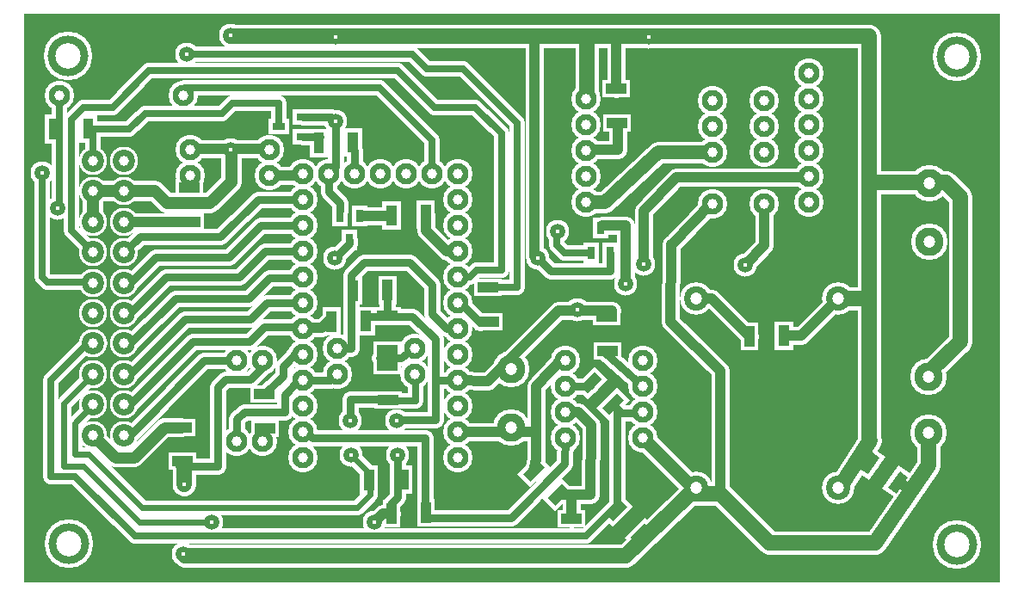
<source format=gbr>
%FSLAX34Y34*%
%MOMM*%
%LNCOPPER_TOP*%
G71*
G01*
%ADD10C, 2.90*%
%ADD11C, 1.80*%
%ADD12C, 2.30*%
%ADD13C, 1.60*%
%ADD14C, 2.10*%
%ADD15C, 1.40*%
%ADD16R, 2.80X1.80*%
%ADD17C, 1.50*%
%ADD18C, 2.15*%
%ADD19R, 1.80X2.80*%
%ADD20C, 3.60*%
%ADD21R, 1.60X2.10*%
%ADD22R, 2.10X1.60*%
%ADD23C, 4.80*%
%ADD24C, 2.80*%
%ADD25C, 1.90*%
%ADD26C, 2.00*%
%ADD27C, 3.20*%
%ADD28C, 2.30*%
%ADD29C, 2.10*%
%ADD30C, 1.00*%
%ADD31C, 0.80*%
%ADD32C, 1.30*%
%ADD33C, 0.60*%
%ADD34R, 2.00X1.00*%
%ADD35C, 0.70*%
%ADD36C, 1.35*%
%ADD37R, 1.00X2.00*%
%ADD38C, 2.80*%
%ADD39R, 0.80X1.30*%
%ADD40R, 1.30X0.80*%
%ADD41C, 4.00*%
%ADD42C, 2.20*%
%ADD43C, 1.10*%
%ADD44C, 1.20*%
%ADD45C, 2.40*%
%ADD46C, 1.50*%
%ADD47C, 2.50*%
%ADD48C, 0.40*%
%LPD*%
G36*
X-128Y-958D02*
X959872Y-958D01*
X959872Y-560958D01*
X-128Y-560958D01*
X-128Y-958D01*
G37*
%LPC*%
X163384Y-134524D02*
G54D10*
D03*
X163384Y-159924D02*
G54D10*
D03*
X241171Y-134524D02*
G54D10*
D03*
X241171Y-159924D02*
G54D10*
D03*
G54D11*
X241171Y-159924D02*
X272921Y-159924D01*
G54D11*
X242071Y-133524D02*
X164184Y-133524D01*
X163584Y-132924D01*
G54D12*
X157731Y-534601D02*
X591421Y-534524D01*
X660821Y-467224D01*
X426292Y-437813D02*
G54D10*
D03*
X426292Y-412413D02*
G54D10*
D03*
X426292Y-387013D02*
G54D10*
D03*
X426292Y-361613D02*
G54D10*
D03*
X426292Y-234613D02*
G54D10*
D03*
X426292Y-209213D02*
G54D10*
D03*
X426292Y-183813D02*
G54D10*
D03*
X426292Y-158413D02*
G54D10*
D03*
X273892Y-437813D02*
G54D10*
D03*
X273892Y-412413D02*
G54D10*
D03*
X273892Y-387013D02*
G54D10*
D03*
X273892Y-361613D02*
G54D10*
D03*
X273892Y-234613D02*
G54D10*
D03*
X273892Y-209213D02*
G54D10*
D03*
X273892Y-183813D02*
G54D10*
D03*
X273892Y-158413D02*
G54D10*
D03*
X426292Y-336213D02*
G54D10*
D03*
X273892Y-336213D02*
G54D10*
D03*
X426292Y-310813D02*
G54D10*
D03*
X273892Y-310813D02*
G54D10*
D03*
X426292Y-285413D02*
G54D10*
D03*
X273892Y-285413D02*
G54D10*
D03*
X426292Y-260013D02*
G54D10*
D03*
X273892Y-260013D02*
G54D10*
D03*
X531721Y-342424D02*
G54D10*
D03*
X607921Y-342424D02*
G54D10*
D03*
X531721Y-367824D02*
G54D10*
D03*
X531721Y-393224D02*
G54D10*
D03*
X531721Y-418624D02*
G54D10*
D03*
X607921Y-367824D02*
G54D10*
D03*
X607921Y-393224D02*
G54D10*
D03*
X607921Y-418624D02*
G54D10*
D03*
G54D13*
X277377Y-412174D02*
X283281Y-418078D01*
X394421Y-418078D01*
X394421Y-496924D01*
X478521Y-496924D01*
X531621Y-443824D01*
X531721Y-418624D01*
G54D11*
X428521Y-412224D02*
X503021Y-412224D01*
X503021Y-367924D01*
X530121Y-338924D01*
G54D11*
X531721Y-393224D02*
X544421Y-393224D01*
X557121Y-405924D01*
X556721Y-474224D01*
X525412Y-474218D01*
G36*
X575475Y-401252D02*
X562747Y-388525D01*
X582546Y-368726D01*
X595274Y-381453D01*
X575475Y-401252D01*
G37*
G36*
X553979Y-380322D02*
X541251Y-367594D01*
X561050Y-347795D01*
X573778Y-360523D01*
X553979Y-380322D01*
G37*
G54D13*
X532021Y-367524D02*
X555721Y-367524D01*
X557321Y-365924D01*
G54D13*
X609021Y-394124D02*
X587221Y-394124D01*
X579621Y-386524D01*
G54D13*
X582521Y-393224D02*
X582521Y-489320D01*
G54D14*
X607921Y-418624D02*
X658721Y-469424D01*
G54D12*
X800592Y-281053D02*
X831233Y-281053D01*
G54D12*
X801321Y-468024D02*
X831999Y-420478D01*
X208743Y-421386D02*
G54D10*
D03*
X234143Y-421386D02*
G54D10*
D03*
X208743Y-342012D02*
G54D10*
D03*
X234143Y-342011D02*
G54D10*
D03*
G54D15*
X67391Y-355595D02*
X38402Y-384584D01*
X38402Y-445944D01*
X57632Y-445944D01*
X113312Y-501624D01*
X184304Y-501624D01*
G54D13*
X360355Y-483566D02*
X366953Y-476968D01*
X366953Y-434924D01*
G54D12*
X552921Y-83924D02*
X552921Y-26103D01*
X383897Y-356018D02*
G54D10*
D03*
X383897Y-330618D02*
G54D10*
D03*
X307697Y-356018D02*
G54D10*
D03*
X307697Y-330618D02*
G54D10*
D03*
G54D15*
X321353Y-435094D02*
X340107Y-453847D01*
X340107Y-474624D01*
X327407Y-487324D01*
X115495Y-487324D01*
X62743Y-434572D01*
X49453Y-434572D01*
X49453Y-403534D01*
X67391Y-385595D01*
G54D13*
X349618Y-339457D02*
X370428Y-339457D01*
X383526Y-330042D01*
G54D13*
X306473Y-330332D02*
X320888Y-330332D01*
X320888Y-257914D01*
X333588Y-245214D01*
X378649Y-245214D01*
X357192Y-346978D02*
G54D16*
D03*
X357692Y-380778D02*
G54D16*
D03*
G54D17*
X363266Y-381857D02*
X384473Y-381857D01*
X384473Y-353932D01*
G54D11*
X552321Y-134524D02*
X581938Y-134524D01*
X677116Y-86184D02*
G54D10*
D03*
X727916Y-86184D02*
G54D10*
D03*
X677116Y-111584D02*
G54D10*
D03*
X677116Y-136984D02*
G54D10*
D03*
X727916Y-111584D02*
G54D10*
D03*
X727916Y-136984D02*
G54D10*
D03*
X677116Y-187784D02*
G54D10*
D03*
X727916Y-187784D02*
G54D10*
D03*
G54D18*
X677116Y-136984D02*
X623175Y-137423D01*
X571300Y-186124D01*
X552621Y-186124D01*
G54D11*
X677116Y-187784D02*
X676882Y-186457D01*
X636821Y-227824D01*
X636521Y-228124D01*
G54D13*
X571304Y-334359D02*
X607921Y-367824D01*
G54D11*
X426121Y-362024D02*
X456021Y-362324D01*
X525468Y-292877D01*
X577587Y-293146D01*
G54D11*
X501159Y-450671D02*
X503021Y-439815D01*
X503021Y-412224D01*
G54D12*
X202681Y-22664D02*
X831321Y-22664D01*
X831321Y-420776D01*
G54D17*
X583921Y-483784D02*
X552438Y-515267D01*
X108736Y-515267D01*
X49719Y-456250D01*
X26208Y-456250D01*
X26208Y-361450D01*
X62337Y-325320D01*
X73741Y-325595D01*
X713483Y-318143D02*
G54D19*
D03*
G36*
X738282Y-303643D02*
X756282Y-303643D01*
X756283Y-331643D01*
X738283Y-331643D01*
X738282Y-303643D01*
G37*
G54D12*
X659241Y-473184D02*
X684281Y-473184D01*
X733021Y-521924D01*
X836721Y-521424D01*
X889454Y-445038D01*
X889454Y-420838D01*
X889034Y-357853D02*
G54D20*
D03*
X889034Y-413653D02*
G54D20*
D03*
G54D12*
X831953Y-167224D02*
X906221Y-167224D01*
X920335Y-181338D01*
X920335Y-323232D01*
X890154Y-353413D01*
G54D13*
X273721Y-361524D02*
X300821Y-361524D01*
X308231Y-355672D01*
X299292Y-158413D02*
G54D10*
D03*
X324692Y-158413D02*
G54D10*
D03*
X350092Y-158413D02*
G54D10*
D03*
X375492Y-158413D02*
G54D10*
D03*
X400892Y-158413D02*
G54D10*
D03*
G54D13*
X378649Y-245214D02*
X400874Y-267439D01*
X400874Y-296189D01*
X415209Y-310523D01*
X425221Y-310524D01*
G54D17*
X401021Y-159124D02*
X401021Y-125152D01*
G54D17*
X250120Y-112218D02*
X250120Y-89006D01*
X204521Y-89006D01*
X194665Y-98861D01*
X118612Y-98861D01*
X102690Y-114783D01*
X67391Y-114783D01*
X67391Y-145595D01*
G54D17*
X46491Y-104649D02*
X58137Y-93003D01*
X86712Y-93003D01*
X122552Y-57162D01*
X367332Y-57162D01*
X403105Y-92935D01*
X443642Y-92935D01*
X469721Y-119014D01*
X469721Y-253118D01*
X444927Y-253118D01*
X437921Y-260124D01*
X428421Y-260124D01*
G54D13*
X427921Y-284824D02*
X447919Y-304822D01*
G54D17*
X159833Y-40408D02*
X381777Y-40408D01*
X396146Y-54778D01*
X431523Y-54778D01*
X484892Y-108146D01*
X484892Y-270544D01*
X456082Y-270544D01*
X573225Y-332760D02*
G54D16*
D03*
X572725Y-298960D02*
G54D16*
D03*
G54D11*
X684281Y-473184D02*
X684281Y-352486D01*
X635633Y-303838D01*
X635921Y-228424D01*
G54D11*
X568114Y-209548D02*
X591184Y-209586D01*
X591340Y-267017D01*
G54D13*
X576500Y-254065D02*
X517702Y-254065D01*
X505002Y-241365D01*
X557277Y-236175D02*
G54D21*
D03*
X576399Y-236098D02*
G54D21*
D03*
X566886Y-212015D02*
G54D21*
D03*
G54D13*
X576500Y-254065D02*
X576500Y-236200D01*
X576399Y-236098D01*
X274281Y-121827D02*
G54D22*
D03*
X274204Y-102704D02*
G54D22*
D03*
X250120Y-112218D02*
G54D22*
D03*
G36*
X280536Y-114137D02*
X298536Y-114137D01*
X298536Y-142137D01*
X280536Y-142137D01*
X280536Y-114137D01*
G37*
G36*
X314336Y-113637D02*
X332336Y-113637D01*
X332336Y-141637D01*
X314336Y-141637D01*
X314336Y-113637D01*
G37*
G54D13*
X274281Y-121827D02*
X290565Y-121827D01*
G54D13*
X323336Y-127637D02*
X324692Y-136774D01*
X324692Y-158413D01*
G54D13*
X274204Y-102704D02*
X301762Y-102704D01*
X306116Y-107059D01*
X306116Y-151589D01*
X299292Y-158413D01*
X356572Y-298379D02*
G54D16*
D03*
X357072Y-332179D02*
G54D16*
D03*
X395069Y-491958D02*
G54D19*
D03*
X361269Y-492458D02*
G54D19*
D03*
G36*
X586179Y-473222D02*
X598907Y-485951D01*
X579108Y-505749D01*
X566380Y-493021D01*
X586179Y-473222D01*
G37*
G36*
X610432Y-496769D02*
X623161Y-509496D01*
X603362Y-529296D01*
X590634Y-516569D01*
X610432Y-496769D01*
G37*
G36*
X858793Y-478859D02*
X844048Y-468535D01*
X860108Y-445598D01*
X874853Y-455923D01*
X858793Y-478859D01*
G37*
G36*
X830818Y-459882D02*
X816074Y-449557D01*
X832134Y-426621D01*
X846879Y-436945D01*
X830818Y-459882D01*
G37*
G54D11*
X859450Y-462229D02*
X860849Y-462229D01*
X871152Y-469521D01*
G36*
X504694Y-434407D02*
X517422Y-447136D01*
X497623Y-466934D01*
X484895Y-454206D01*
X504694Y-434407D01*
G37*
G36*
X528947Y-457954D02*
X541676Y-470681D01*
X521878Y-490481D01*
X509149Y-477754D01*
X528947Y-457954D01*
G37*
X538298Y-531486D02*
G54D16*
D03*
X537798Y-497686D02*
G54D16*
D03*
G54D11*
X537798Y-497686D02*
X537798Y-476013D01*
X537941Y-475870D01*
X456082Y-270544D02*
G54D16*
D03*
X456582Y-304344D02*
G54D16*
D03*
X582869Y-108111D02*
G54D16*
D03*
X582369Y-74311D02*
G54D16*
D03*
G54D11*
X583521Y-134424D02*
X583521Y-108763D01*
G54D11*
X582369Y-74311D02*
X582369Y-25469D01*
G54D11*
X831476Y-443251D02*
X829223Y-443251D01*
X823526Y-437555D01*
X889875Y-167523D02*
G54D20*
D03*
X889895Y-225358D02*
G54D20*
D03*
X552621Y-84524D02*
G54D10*
D03*
X552621Y-109924D02*
G54D10*
D03*
X552621Y-135324D02*
G54D10*
D03*
X552621Y-160724D02*
G54D10*
D03*
X552621Y-186124D02*
G54D10*
D03*
X771709Y-59090D02*
G54D10*
D03*
X771709Y-84490D02*
G54D10*
D03*
X771709Y-109890D02*
G54D10*
D03*
X771709Y-135290D02*
G54D10*
D03*
X771709Y-160690D02*
G54D10*
D03*
X771709Y-186090D02*
G54D10*
D03*
X917675Y-523068D02*
G54D23*
D03*
X67391Y-145595D02*
G54D24*
D03*
X67391Y-175595D02*
G54D24*
D03*
X67391Y-205595D02*
G54D24*
D03*
X67391Y-235595D02*
G54D24*
D03*
X67391Y-265595D02*
G54D24*
D03*
X67391Y-295595D02*
G54D24*
D03*
X67391Y-325595D02*
G54D24*
D03*
X67391Y-355595D02*
G54D24*
D03*
X67391Y-385595D02*
G54D24*
D03*
X67391Y-415595D02*
G54D24*
D03*
X97391Y-145595D02*
G54D24*
D03*
X97391Y-175595D02*
G54D24*
D03*
X97391Y-205595D02*
G54D24*
D03*
X97391Y-235595D02*
G54D24*
D03*
X97391Y-265595D02*
G54D24*
D03*
X97391Y-295595D02*
G54D24*
D03*
X97391Y-325595D02*
G54D24*
D03*
X97391Y-355595D02*
G54D24*
D03*
X97391Y-385595D02*
G54D24*
D03*
X97391Y-415595D02*
G54D24*
D03*
X236465Y-408898D02*
G54D16*
D03*
X235965Y-375098D02*
G54D16*
D03*
G54D13*
X270907Y-330746D02*
X254002Y-347652D01*
X254002Y-357062D01*
X235965Y-375098D01*
X162304Y-171682D02*
G54D16*
D03*
X162804Y-205482D02*
G54D16*
D03*
G54D11*
X163640Y-205540D02*
X97391Y-205595D01*
G54D11*
X501644Y-239573D02*
X501644Y-25892D01*
G54D13*
X233361Y-341458D02*
X233361Y-349820D01*
X222035Y-361146D01*
X197525Y-361146D01*
X190007Y-368664D01*
X190007Y-446534D01*
X155987Y-446534D01*
G54D13*
X210331Y-342400D02*
X176936Y-342400D01*
X103741Y-415595D01*
G54D13*
X97391Y-235595D02*
X113530Y-220288D01*
X192778Y-220288D01*
X229507Y-183559D01*
X273867Y-183559D01*
X34051Y-81261D02*
G54D10*
D03*
X156595Y-81182D02*
G54D10*
D03*
X917299Y-43346D02*
G54D23*
D03*
G54D25*
X67391Y-415595D02*
X89341Y-437546D01*
X107818Y-437546D01*
X137614Y-407750D01*
X154907Y-407750D01*
G54D17*
X157963Y-73817D02*
X349246Y-73817D01*
X401021Y-125152D01*
G54D26*
X97391Y-175595D02*
X127941Y-175318D01*
X140136Y-187514D01*
X182506Y-187514D01*
X203331Y-166689D01*
X203331Y-133725D01*
X203173Y-133567D01*
G54D26*
X103741Y-175595D02*
X67391Y-175595D01*
X67391Y-205595D01*
G54D17*
X46491Y-104649D02*
X46491Y-214695D01*
X67391Y-235595D01*
G54D13*
X274332Y-209588D02*
X232087Y-209588D01*
X201371Y-240304D01*
X129032Y-240304D01*
X103741Y-265595D01*
G54D13*
X273831Y-234450D02*
X237017Y-234450D01*
X211140Y-260327D01*
X139010Y-260327D01*
X103741Y-295595D01*
G54D13*
X273588Y-260517D02*
X241046Y-260517D01*
X220815Y-280749D01*
X148588Y-280749D01*
X103741Y-325595D01*
G54D13*
X273588Y-285796D02*
X238234Y-285796D01*
X222211Y-301819D01*
X157517Y-301819D01*
X103741Y-355595D01*
G54D13*
X208768Y-421076D02*
X208768Y-400096D01*
X215918Y-392946D01*
X255701Y-392946D01*
X255701Y-375917D01*
X268310Y-363309D01*
G54D13*
X404006Y-361450D02*
X404006Y-321313D01*
X381236Y-298544D01*
X335816Y-298544D01*
G36*
X314186Y-259328D02*
X332186Y-259328D01*
X332186Y-287328D01*
X314186Y-287328D01*
X314186Y-259328D01*
G37*
G36*
X347986Y-258828D02*
X365986Y-258828D01*
X365986Y-286828D01*
X347986Y-286828D01*
X347986Y-258828D01*
G37*
G54D13*
X357184Y-269502D02*
X357184Y-298293D01*
X357404Y-298513D01*
G36*
X293019Y-289788D02*
X311019Y-289788D01*
X311019Y-317788D01*
X293019Y-317788D01*
X293019Y-289788D01*
G37*
G36*
X326819Y-289288D02*
X344819Y-289288D01*
X344819Y-317288D01*
X326819Y-317288D01*
X326819Y-289288D01*
G37*
G54D11*
X275741Y-310087D02*
X292253Y-310087D01*
X300602Y-301739D01*
G54D13*
X103741Y-385595D02*
X165790Y-323547D01*
X221190Y-323547D01*
X235581Y-309156D01*
X273150Y-309156D01*
X276060Y-312066D01*
G54D17*
X34051Y-186754D02*
X34051Y-84436D01*
G54D13*
X426292Y-361613D02*
X404104Y-361613D01*
X404104Y-400866D01*
X367520Y-400866D01*
G54D13*
X320853Y-401294D02*
X320853Y-380318D01*
X356897Y-380318D01*
X357531Y-380952D01*
X660856Y-281119D02*
G54D27*
D03*
X800414Y-467476D02*
G54D27*
D03*
X660579Y-467468D02*
G54D27*
D03*
X800592Y-281053D02*
G54D27*
D03*
G36*
X329827Y-445790D02*
X347827Y-445790D01*
X347828Y-473790D01*
X329828Y-473790D01*
X329827Y-445790D01*
G37*
G36*
X363627Y-445290D02*
X381627Y-445290D01*
X381628Y-473290D01*
X363628Y-473290D01*
X363627Y-445290D01*
G37*
G36*
X19904Y-100406D02*
X37904Y-100406D01*
X37905Y-128406D01*
X19905Y-128406D01*
X19904Y-100406D01*
G37*
G36*
X53705Y-99906D02*
X71705Y-99906D01*
X71705Y-127906D01*
X53705Y-127906D01*
X53705Y-99906D01*
G37*
X155407Y-441550D02*
G54D16*
D03*
X154907Y-407750D02*
G54D16*
D03*
X43183Y-522176D02*
G54D23*
D03*
G54D12*
X156705Y-464332D02*
X156705Y-447253D01*
X155987Y-446534D01*
X329364Y-199495D02*
G54D21*
D03*
X310242Y-199572D02*
G54D21*
D03*
X319755Y-223655D02*
G54D21*
D03*
G36*
X352052Y-185440D02*
X370052Y-185440D01*
X370053Y-213440D01*
X352053Y-213440D01*
X352052Y-185440D01*
G37*
G36*
X385852Y-184940D02*
X403852Y-184940D01*
X403853Y-212940D01*
X385853Y-212940D01*
X385852Y-184940D01*
G37*
G54D13*
X310242Y-194763D02*
X310242Y-186822D01*
X299467Y-176047D01*
X299467Y-158588D01*
X299292Y-158413D01*
G54D11*
X331194Y-199496D02*
X360997Y-199495D01*
X361052Y-199440D01*
G54D11*
X426292Y-234613D02*
X415183Y-234613D01*
X394717Y-214147D01*
X394717Y-199075D01*
X394852Y-198940D01*
G54D13*
X319755Y-223655D02*
X319755Y-226849D01*
X305642Y-240963D01*
X321353Y-435094D02*
G54D28*
D03*
X320853Y-401294D02*
G54D28*
D03*
X156705Y-464332D02*
G54D28*
D03*
X156627Y-532922D02*
G54D28*
D03*
X505002Y-241365D02*
G54D28*
D03*
X306116Y-107059D02*
G54D28*
D03*
X306116Y-23504D02*
G54D28*
D03*
X202728Y-22425D02*
G54D28*
D03*
X203071Y-134524D02*
G54D28*
D03*
X305642Y-240963D02*
G54D28*
D03*
X343952Y-501172D02*
G54D28*
D03*
G54D11*
X361269Y-492458D02*
X352665Y-492458D01*
X343952Y-501172D01*
X184304Y-501624D02*
G54D28*
D03*
X367071Y-435053D02*
G54D28*
D03*
X366571Y-401253D02*
G54D28*
D03*
X42807Y-42455D02*
G54D23*
D03*
X17427Y-157146D02*
G54D28*
D03*
G54D17*
X17427Y-157146D02*
X17427Y-260043D01*
X22823Y-265439D01*
X67234Y-265439D01*
X67391Y-265595D01*
X159833Y-40408D02*
G54D28*
D03*
X32180Y-191910D02*
G54D28*
D03*
X524450Y-214724D02*
G54D28*
D03*
G54D17*
X557277Y-236175D02*
X531450Y-236175D01*
X523875Y-228600D01*
X523875Y-215299D01*
X524450Y-214724D01*
X591340Y-267017D02*
G54D28*
D03*
X708871Y-247760D02*
G54D28*
D03*
X608887Y-247616D02*
G54D28*
D03*
G54D11*
X708871Y-247760D02*
X727915Y-228694D01*
X727916Y-187784D01*
G54D11*
X608887Y-247616D02*
X608887Y-194388D01*
X641350Y-161925D01*
X771220Y-161925D01*
X772621Y-160524D01*
X614091Y-23504D02*
G54D28*
D03*
X543770Y-292397D02*
G54D28*
D03*
G54D11*
X660856Y-281119D02*
X676459Y-281119D01*
X713483Y-318143D01*
G54D11*
X747283Y-317643D02*
X764002Y-317643D01*
X800592Y-281053D01*
X478926Y-350282D02*
G54D20*
D03*
X478946Y-408116D02*
G54D20*
D03*
%LPD*%
X163384Y-134524D02*
G54D29*
D03*
X163384Y-159924D02*
G54D29*
D03*
X241171Y-134524D02*
G54D29*
D03*
X241171Y-159924D02*
G54D29*
D03*
G54D30*
X241171Y-159924D02*
X272921Y-159924D01*
G54D30*
X242071Y-133524D02*
X164184Y-133524D01*
X163584Y-132924D01*
G54D17*
X157731Y-534601D02*
X591421Y-534524D01*
X660821Y-467224D01*
X426292Y-437813D02*
G54D29*
D03*
X426292Y-412413D02*
G54D29*
D03*
X426292Y-387013D02*
G54D29*
D03*
X426292Y-361613D02*
G54D29*
D03*
X426292Y-234613D02*
G54D29*
D03*
X426292Y-209213D02*
G54D29*
D03*
X426292Y-183813D02*
G54D29*
D03*
X426292Y-158413D02*
G54D29*
D03*
X273892Y-437813D02*
G54D29*
D03*
X273892Y-412413D02*
G54D29*
D03*
X273892Y-387013D02*
G54D29*
D03*
X273892Y-361613D02*
G54D29*
D03*
X273892Y-234613D02*
G54D29*
D03*
X273892Y-209213D02*
G54D29*
D03*
X273892Y-183813D02*
G54D29*
D03*
X273892Y-158413D02*
G54D29*
D03*
X426292Y-336213D02*
G54D29*
D03*
X273892Y-336213D02*
G54D29*
D03*
X426292Y-310813D02*
G54D29*
D03*
X273892Y-310813D02*
G54D29*
D03*
X426292Y-285413D02*
G54D29*
D03*
X273892Y-285413D02*
G54D29*
D03*
X426292Y-260013D02*
G54D29*
D03*
X273892Y-260013D02*
G54D29*
D03*
X531721Y-342424D02*
G54D29*
D03*
X607921Y-342424D02*
G54D29*
D03*
X531721Y-367824D02*
G54D29*
D03*
X531721Y-393224D02*
G54D29*
D03*
X531721Y-418624D02*
G54D29*
D03*
X607921Y-367824D02*
G54D29*
D03*
X607921Y-393224D02*
G54D29*
D03*
X607921Y-418624D02*
G54D29*
D03*
G54D31*
X277377Y-412174D02*
X283281Y-418078D01*
X394421Y-418078D01*
X394421Y-496924D01*
X478521Y-496924D01*
X531621Y-443824D01*
X531721Y-418624D01*
G54D30*
X428521Y-412224D02*
X503021Y-412224D01*
X503021Y-367924D01*
X530121Y-338924D01*
G54D30*
X531721Y-393224D02*
X544421Y-393224D01*
X557121Y-405924D01*
X556721Y-474224D01*
X525412Y-474218D01*
G36*
X575475Y-395596D02*
X568404Y-388525D01*
X582546Y-374382D01*
X589617Y-381453D01*
X575475Y-395596D01*
G37*
G36*
X553979Y-374665D02*
X546908Y-367594D01*
X561050Y-353452D01*
X568121Y-360523D01*
X553979Y-374665D01*
G37*
G54D31*
X532021Y-367524D02*
X555721Y-367524D01*
X557321Y-365924D01*
G54D31*
X609021Y-394124D02*
X587221Y-394124D01*
X579621Y-386524D01*
G54D31*
X582521Y-393224D02*
X582521Y-489320D01*
G54D32*
X607921Y-418624D02*
X658721Y-469424D01*
G54D17*
X800592Y-281053D02*
X831233Y-281053D01*
G54D17*
X801321Y-468024D02*
X831999Y-420478D01*
X208743Y-421386D02*
G54D29*
D03*
X234143Y-421386D02*
G54D29*
D03*
X208743Y-342012D02*
G54D29*
D03*
X234143Y-342011D02*
G54D29*
D03*
G54D33*
X67391Y-355595D02*
X38402Y-384584D01*
X38402Y-445944D01*
X57632Y-445944D01*
X113312Y-501624D01*
X184304Y-501624D01*
G54D31*
X360355Y-483566D02*
X366953Y-476968D01*
X366953Y-434924D01*
G54D17*
X552921Y-83924D02*
X552921Y-26103D01*
X383897Y-356018D02*
G54D29*
D03*
X383897Y-330618D02*
G54D29*
D03*
X307697Y-356018D02*
G54D29*
D03*
X307697Y-330618D02*
G54D29*
D03*
G54D33*
X321353Y-435094D02*
X340107Y-453847D01*
X340107Y-474624D01*
X327407Y-487324D01*
X115495Y-487324D01*
X62743Y-434572D01*
X49453Y-434572D01*
X49453Y-403534D01*
X67391Y-385595D01*
G54D31*
X349618Y-339457D02*
X370428Y-339457D01*
X383526Y-330042D01*
G54D31*
X306473Y-330332D02*
X320888Y-330332D01*
X320888Y-257914D01*
X333588Y-245214D01*
X378649Y-245214D01*
X357192Y-346978D02*
G54D34*
D03*
X357692Y-380778D02*
G54D34*
D03*
G54D35*
X363266Y-381857D02*
X384473Y-381857D01*
X384473Y-353932D01*
G54D30*
X552321Y-134524D02*
X581938Y-134524D01*
X677116Y-86184D02*
G54D29*
D03*
X727916Y-86184D02*
G54D29*
D03*
X677116Y-111584D02*
G54D29*
D03*
X677116Y-136984D02*
G54D29*
D03*
X727916Y-111584D02*
G54D29*
D03*
X727916Y-136984D02*
G54D29*
D03*
X677116Y-187784D02*
G54D29*
D03*
X727916Y-187784D02*
G54D29*
D03*
G54D36*
X677116Y-136984D02*
X623175Y-137423D01*
X571300Y-186124D01*
X552621Y-186124D01*
G54D30*
X677116Y-187784D02*
X676882Y-186457D01*
X636821Y-227824D01*
X636521Y-228124D01*
G54D31*
X571304Y-334359D02*
X607921Y-367824D01*
G54D30*
X426121Y-362024D02*
X456021Y-362324D01*
X525468Y-292877D01*
X577587Y-293146D01*
G54D30*
X501159Y-450671D02*
X503021Y-439815D01*
X503021Y-412224D01*
G54D17*
X202681Y-22664D02*
X831321Y-22664D01*
X831321Y-420776D01*
G54D35*
X583921Y-483784D02*
X552438Y-515267D01*
X108736Y-515267D01*
X49719Y-456250D01*
X26208Y-456250D01*
X26208Y-361450D01*
X62337Y-325320D01*
X73741Y-325595D01*
X713483Y-318143D02*
G54D37*
D03*
G36*
X742283Y-307643D02*
X752283Y-307643D01*
X752283Y-327643D01*
X742283Y-327643D01*
X742283Y-307643D01*
G37*
G54D17*
X659241Y-473184D02*
X684281Y-473184D01*
X733021Y-521924D01*
X836721Y-521424D01*
X889454Y-445038D01*
X889454Y-420838D01*
X889034Y-357853D02*
G54D38*
D03*
X889034Y-413653D02*
G54D38*
D03*
G54D17*
X831953Y-167224D02*
X906221Y-167224D01*
X920335Y-181338D01*
X920335Y-323232D01*
X890154Y-353413D01*
G54D31*
X273721Y-361524D02*
X300821Y-361524D01*
X308231Y-355672D01*
X299292Y-158413D02*
G54D29*
D03*
X324692Y-158413D02*
G54D29*
D03*
X350092Y-158413D02*
G54D29*
D03*
X375492Y-158413D02*
G54D29*
D03*
X400892Y-158413D02*
G54D29*
D03*
G54D31*
X378649Y-245214D02*
X400874Y-267439D01*
X400874Y-296189D01*
X415209Y-310523D01*
X425221Y-310524D01*
G54D35*
X401021Y-159124D02*
X401021Y-125152D01*
G54D35*
X250120Y-112218D02*
X250120Y-89006D01*
X204521Y-89006D01*
X194665Y-98861D01*
X118612Y-98861D01*
X102690Y-114783D01*
X67391Y-114783D01*
X67391Y-145595D01*
G54D35*
X46491Y-104649D02*
X58137Y-93003D01*
X86712Y-93003D01*
X122552Y-57162D01*
X367332Y-57162D01*
X403105Y-92935D01*
X443642Y-92935D01*
X469721Y-119014D01*
X469721Y-253118D01*
X444927Y-253118D01*
X437921Y-260124D01*
X428421Y-260124D01*
G54D31*
X427921Y-284824D02*
X447919Y-304822D01*
G54D35*
X159833Y-40408D02*
X381777Y-40408D01*
X396146Y-54778D01*
X431523Y-54778D01*
X484892Y-108146D01*
X484892Y-270544D01*
X456082Y-270544D01*
X573225Y-332760D02*
G54D34*
D03*
X572725Y-298960D02*
G54D34*
D03*
G54D30*
X684281Y-473184D02*
X684281Y-352486D01*
X635633Y-303838D01*
X635921Y-228424D01*
G54D30*
X568114Y-209548D02*
X591184Y-209586D01*
X591340Y-267017D01*
G54D31*
X576500Y-254065D02*
X517702Y-254065D01*
X505002Y-241365D01*
X557277Y-236175D02*
G54D39*
D03*
X576399Y-236098D02*
G54D39*
D03*
X566886Y-212015D02*
G54D39*
D03*
G54D31*
X576500Y-254065D02*
X576500Y-236200D01*
X576399Y-236098D01*
X274281Y-121827D02*
G54D40*
D03*
X274204Y-102704D02*
G54D40*
D03*
X250120Y-112218D02*
G54D40*
D03*
G36*
X284536Y-118137D02*
X294536Y-118137D01*
X294536Y-138137D01*
X284536Y-138137D01*
X284536Y-118137D01*
G37*
G36*
X318336Y-117637D02*
X328336Y-117637D01*
X328336Y-137637D01*
X318336Y-137637D01*
X318336Y-117637D01*
G37*
G54D31*
X274281Y-121827D02*
X290565Y-121827D01*
G54D31*
X323336Y-127637D02*
X324692Y-136774D01*
X324692Y-158413D01*
G54D31*
X274204Y-102704D02*
X301762Y-102704D01*
X306116Y-107059D01*
X306116Y-151589D01*
X299292Y-158413D01*
X356572Y-298379D02*
G54D34*
D03*
X357072Y-332179D02*
G54D34*
D03*
X395069Y-491958D02*
G54D37*
D03*
X361269Y-492458D02*
G54D37*
D03*
G36*
X586179Y-478879D02*
X593250Y-485950D01*
X579108Y-500092D01*
X572037Y-493021D01*
X586179Y-478879D01*
G37*
G36*
X610432Y-502426D02*
X617504Y-509496D01*
X603362Y-523639D01*
X596291Y-516568D01*
X610432Y-502426D01*
G37*
G36*
X857810Y-473288D02*
X849619Y-467552D01*
X861090Y-451169D01*
X869282Y-456905D01*
X857810Y-473288D01*
G37*
G36*
X829836Y-454311D02*
X821645Y-448575D01*
X833116Y-432192D01*
X841308Y-437928D01*
X829836Y-454311D01*
G37*
G54D30*
X859450Y-462229D02*
X860849Y-462229D01*
X871152Y-469521D01*
G36*
X504694Y-440064D02*
X511765Y-447135D01*
X497623Y-461277D01*
X490552Y-454206D01*
X504694Y-440064D01*
G37*
G36*
X528947Y-463611D02*
X536019Y-470682D01*
X521877Y-484824D01*
X514806Y-477754D01*
X528947Y-463611D01*
G37*
X538298Y-531486D02*
G54D34*
D03*
X537798Y-497686D02*
G54D34*
D03*
G54D30*
X537798Y-497686D02*
X537798Y-476013D01*
X537941Y-475870D01*
X456082Y-270544D02*
G54D34*
D03*
X456582Y-304344D02*
G54D34*
D03*
X582869Y-108111D02*
G54D34*
D03*
X582369Y-74311D02*
G54D34*
D03*
G54D30*
X583521Y-134424D02*
X583521Y-108763D01*
G54D30*
X582369Y-74311D02*
X582369Y-25469D01*
G54D30*
X831476Y-443251D02*
X829223Y-443251D01*
X823526Y-437555D01*
X889875Y-167523D02*
G54D38*
D03*
X889895Y-225358D02*
G54D38*
D03*
X552621Y-84524D02*
G54D29*
D03*
X552621Y-109924D02*
G54D29*
D03*
X552621Y-135324D02*
G54D29*
D03*
X552621Y-160724D02*
G54D29*
D03*
X552621Y-186124D02*
G54D29*
D03*
X771709Y-59090D02*
G54D29*
D03*
X771709Y-84490D02*
G54D29*
D03*
X771709Y-109890D02*
G54D29*
D03*
X771709Y-135290D02*
G54D29*
D03*
X771709Y-160690D02*
G54D29*
D03*
X771709Y-186090D02*
G54D29*
D03*
X917675Y-523068D02*
G54D41*
D03*
X67391Y-145595D02*
G54D42*
D03*
X67391Y-175595D02*
G54D42*
D03*
X67391Y-205595D02*
G54D42*
D03*
X67391Y-235595D02*
G54D42*
D03*
X67391Y-265595D02*
G54D42*
D03*
X67391Y-295595D02*
G54D42*
D03*
X67391Y-325595D02*
G54D42*
D03*
X67391Y-355595D02*
G54D42*
D03*
X67391Y-385595D02*
G54D42*
D03*
X67391Y-415595D02*
G54D42*
D03*
X97391Y-145595D02*
G54D42*
D03*
X97391Y-175595D02*
G54D42*
D03*
X97391Y-205595D02*
G54D42*
D03*
X97391Y-235595D02*
G54D42*
D03*
X97391Y-265595D02*
G54D42*
D03*
X97391Y-295595D02*
G54D42*
D03*
X97391Y-325595D02*
G54D42*
D03*
X97391Y-355595D02*
G54D42*
D03*
X97391Y-385595D02*
G54D42*
D03*
X97391Y-415595D02*
G54D42*
D03*
X236465Y-408898D02*
G54D34*
D03*
X235965Y-375098D02*
G54D34*
D03*
G54D31*
X270907Y-330746D02*
X254002Y-347652D01*
X254002Y-357062D01*
X235965Y-375098D01*
X162304Y-171682D02*
G54D34*
D03*
X162804Y-205482D02*
G54D34*
D03*
G54D30*
X163640Y-205540D02*
X97391Y-205595D01*
G54D30*
X501644Y-239573D02*
X501644Y-25892D01*
G54D31*
X233361Y-341458D02*
X233361Y-349820D01*
X222035Y-361146D01*
X197525Y-361146D01*
X190007Y-368664D01*
X190007Y-446534D01*
X155987Y-446534D01*
G54D31*
X210331Y-342400D02*
X176936Y-342400D01*
X103741Y-415595D01*
G54D31*
X97391Y-235595D02*
X113530Y-220288D01*
X192778Y-220288D01*
X229507Y-183559D01*
X273867Y-183559D01*
X34051Y-81261D02*
G54D29*
D03*
X156595Y-81182D02*
G54D29*
D03*
X917299Y-43346D02*
G54D41*
D03*
G54D43*
X67391Y-415595D02*
X89341Y-437546D01*
X107818Y-437546D01*
X137614Y-407750D01*
X154907Y-407750D01*
G54D35*
X157963Y-73817D02*
X349246Y-73817D01*
X401021Y-125152D01*
G54D44*
X97391Y-175595D02*
X127941Y-175318D01*
X140136Y-187514D01*
X182506Y-187514D01*
X203331Y-166689D01*
X203331Y-133725D01*
X203173Y-133567D01*
G54D44*
X103741Y-175595D02*
X67391Y-175595D01*
X67391Y-205595D01*
G54D35*
X46491Y-104649D02*
X46491Y-214695D01*
X67391Y-235595D01*
G54D31*
X274332Y-209588D02*
X232087Y-209588D01*
X201371Y-240304D01*
X129032Y-240304D01*
X103741Y-265595D01*
G54D31*
X273831Y-234450D02*
X237017Y-234450D01*
X211140Y-260327D01*
X139010Y-260327D01*
X103741Y-295595D01*
G54D31*
X273588Y-260517D02*
X241046Y-260517D01*
X220815Y-280749D01*
X148588Y-280749D01*
X103741Y-325595D01*
G54D31*
X273588Y-285796D02*
X238234Y-285796D01*
X222211Y-301819D01*
X157517Y-301819D01*
X103741Y-355595D01*
G54D31*
X208768Y-421076D02*
X208768Y-400096D01*
X215918Y-392946D01*
X255701Y-392946D01*
X255701Y-375917D01*
X268310Y-363309D01*
G54D31*
X404006Y-361450D02*
X404006Y-321313D01*
X381236Y-298544D01*
X335816Y-298544D01*
G36*
X318186Y-263328D02*
X328186Y-263328D01*
X328186Y-283328D01*
X318186Y-283328D01*
X318186Y-263328D01*
G37*
G36*
X351986Y-262828D02*
X361986Y-262828D01*
X361986Y-282828D01*
X351986Y-282828D01*
X351986Y-262828D01*
G37*
G54D31*
X357184Y-269502D02*
X357184Y-298293D01*
X357404Y-298513D01*
G36*
X297019Y-293788D02*
X307019Y-293788D01*
X307019Y-313788D01*
X297019Y-313788D01*
X297019Y-293788D01*
G37*
G36*
X330819Y-293288D02*
X340819Y-293288D01*
X340819Y-313288D01*
X330819Y-313288D01*
X330819Y-293288D01*
G37*
G54D30*
X275741Y-310087D02*
X292253Y-310087D01*
X300602Y-301739D01*
G54D31*
X103741Y-385595D02*
X165790Y-323547D01*
X221190Y-323547D01*
X235581Y-309156D01*
X273150Y-309156D01*
X276060Y-312066D01*
G54D35*
X34051Y-186754D02*
X34051Y-84436D01*
G54D31*
X426292Y-361613D02*
X404104Y-361613D01*
X404104Y-400866D01*
X367520Y-400866D01*
G54D31*
X320853Y-401294D02*
X320853Y-380318D01*
X356897Y-380318D01*
X357531Y-380952D01*
X660856Y-281119D02*
G54D45*
D03*
X800414Y-467476D02*
G54D45*
D03*
X660579Y-467468D02*
G54D45*
D03*
X800592Y-281053D02*
G54D45*
D03*
G36*
X333827Y-449790D02*
X343827Y-449790D01*
X343828Y-469790D01*
X333828Y-469790D01*
X333827Y-449790D01*
G37*
G36*
X367627Y-449290D02*
X377627Y-449290D01*
X377628Y-469290D01*
X367628Y-469290D01*
X367627Y-449290D01*
G37*
G36*
X23905Y-104406D02*
X33905Y-104406D01*
X33905Y-124406D01*
X23905Y-124406D01*
X23905Y-104406D01*
G37*
G36*
X57705Y-103906D02*
X67705Y-103906D01*
X67705Y-123906D01*
X57705Y-123906D01*
X57705Y-103906D01*
G37*
X155407Y-441550D02*
G54D34*
D03*
X154907Y-407750D02*
G54D34*
D03*
X43183Y-522176D02*
G54D41*
D03*
G54D17*
X156705Y-464332D02*
X156705Y-447253D01*
X155987Y-446534D01*
X329364Y-199495D02*
G54D39*
D03*
X310242Y-199572D02*
G54D39*
D03*
X319755Y-223655D02*
G54D39*
D03*
G36*
X356052Y-189440D02*
X366052Y-189440D01*
X366053Y-209440D01*
X356053Y-209440D01*
X356052Y-189440D01*
G37*
G36*
X389852Y-188940D02*
X399852Y-188940D01*
X399853Y-208940D01*
X389853Y-208940D01*
X389852Y-188940D01*
G37*
G54D31*
X310242Y-194763D02*
X310242Y-186822D01*
X299467Y-176047D01*
X299467Y-158588D01*
X299292Y-158413D01*
G54D30*
X331194Y-199496D02*
X360997Y-199495D01*
X361052Y-199440D01*
G54D30*
X426292Y-234613D02*
X415183Y-234613D01*
X394717Y-214147D01*
X394717Y-199075D01*
X394852Y-198940D01*
G54D31*
X319755Y-223655D02*
X319755Y-226849D01*
X305642Y-240963D01*
X321353Y-435094D02*
G54D46*
D03*
X320853Y-401294D02*
G54D46*
D03*
X156705Y-464332D02*
G54D46*
D03*
X156627Y-532922D02*
G54D46*
D03*
X505002Y-241365D02*
G54D46*
D03*
X306116Y-107059D02*
G54D46*
D03*
X306116Y-23504D02*
G54D46*
D03*
X202728Y-22425D02*
G54D46*
D03*
X203071Y-134524D02*
G54D46*
D03*
X305642Y-240963D02*
G54D46*
D03*
X343952Y-501172D02*
G54D46*
D03*
G54D30*
X361269Y-492458D02*
X352665Y-492458D01*
X343952Y-501172D01*
X184304Y-501624D02*
G54D46*
D03*
X367071Y-435053D02*
G54D46*
D03*
X366571Y-401253D02*
G54D46*
D03*
X42807Y-42455D02*
G54D41*
D03*
X17427Y-157146D02*
G54D46*
D03*
G54D35*
X17427Y-157146D02*
X17427Y-260043D01*
X22823Y-265439D01*
X67234Y-265439D01*
X67391Y-265595D01*
X159833Y-40408D02*
G54D46*
D03*
X32180Y-191910D02*
G54D46*
D03*
X524450Y-214724D02*
G54D46*
D03*
G54D35*
X557277Y-236175D02*
X531450Y-236175D01*
X523875Y-228600D01*
X523875Y-215299D01*
X524450Y-214724D01*
X591340Y-267017D02*
G54D46*
D03*
X708871Y-247760D02*
G54D46*
D03*
X608887Y-247616D02*
G54D46*
D03*
G54D30*
X708871Y-247760D02*
X727915Y-228694D01*
X727916Y-187784D01*
G54D30*
X608887Y-247616D02*
X608887Y-194388D01*
X641350Y-161925D01*
X771220Y-161925D01*
X772621Y-160524D01*
X614091Y-23504D02*
G54D46*
D03*
X543770Y-292397D02*
G54D46*
D03*
G54D30*
X660856Y-281119D02*
X676459Y-281119D01*
X713483Y-318143D01*
G54D30*
X747283Y-317643D02*
X764002Y-317643D01*
X800592Y-281053D01*
X478926Y-350282D02*
G54D38*
D03*
X478946Y-408116D02*
G54D38*
D03*
%LNZENTR*%
%LPC*%
X163384Y-134524D02*
G54D30*
D03*
X163384Y-159924D02*
G54D30*
D03*
X241171Y-134524D02*
G54D30*
D03*
X241171Y-159924D02*
G54D30*
D03*
X426292Y-437813D02*
G54D30*
D03*
X426292Y-412413D02*
G54D30*
D03*
X426292Y-387013D02*
G54D30*
D03*
X426292Y-361613D02*
G54D30*
D03*
X426292Y-234613D02*
G54D30*
D03*
X426292Y-209213D02*
G54D30*
D03*
X426292Y-183813D02*
G54D30*
D03*
X426292Y-158413D02*
G54D30*
D03*
X273892Y-437813D02*
G54D30*
D03*
X273892Y-412413D02*
G54D30*
D03*
X273892Y-387013D02*
G54D30*
D03*
X273892Y-361613D02*
G54D30*
D03*
X273892Y-234613D02*
G54D30*
D03*
X273892Y-209213D02*
G54D30*
D03*
X273892Y-183813D02*
G54D30*
D03*
X273892Y-158413D02*
G54D30*
D03*
X426292Y-336213D02*
G54D30*
D03*
X273892Y-336213D02*
G54D30*
D03*
X426292Y-310813D02*
G54D30*
D03*
X273892Y-310813D02*
G54D30*
D03*
X426292Y-285413D02*
G54D30*
D03*
X273892Y-285413D02*
G54D30*
D03*
X426292Y-260013D02*
G54D30*
D03*
X273892Y-260013D02*
G54D30*
D03*
X531721Y-342424D02*
G54D30*
D03*
X607921Y-342424D02*
G54D30*
D03*
X531721Y-367824D02*
G54D30*
D03*
X531721Y-393224D02*
G54D30*
D03*
X531721Y-418624D02*
G54D30*
D03*
X607921Y-367824D02*
G54D30*
D03*
X607921Y-393224D02*
G54D30*
D03*
X607921Y-418624D02*
G54D30*
D03*
X208743Y-421386D02*
G54D30*
D03*
X234143Y-421386D02*
G54D30*
D03*
X208743Y-342012D02*
G54D30*
D03*
X234143Y-342011D02*
G54D30*
D03*
X383897Y-356018D02*
G54D30*
D03*
X383897Y-330618D02*
G54D30*
D03*
X307697Y-356018D02*
G54D30*
D03*
X307697Y-330618D02*
G54D30*
D03*
X677116Y-86184D02*
G54D30*
D03*
X727916Y-86184D02*
G54D30*
D03*
X677116Y-111584D02*
G54D30*
D03*
X677116Y-136984D02*
G54D30*
D03*
X727916Y-111584D02*
G54D30*
D03*
X727916Y-136984D02*
G54D30*
D03*
X677116Y-187784D02*
G54D30*
D03*
X727916Y-187784D02*
G54D30*
D03*
X889034Y-357853D02*
G54D44*
D03*
X889034Y-413653D02*
G54D44*
D03*
X299292Y-158413D02*
G54D30*
D03*
X324692Y-158413D02*
G54D30*
D03*
X350092Y-158413D02*
G54D30*
D03*
X375492Y-158413D02*
G54D30*
D03*
X400892Y-158413D02*
G54D30*
D03*
X889875Y-167523D02*
G54D44*
D03*
X889895Y-225358D02*
G54D44*
D03*
X552621Y-84524D02*
G54D30*
D03*
X552621Y-109924D02*
G54D30*
D03*
X552621Y-135324D02*
G54D30*
D03*
X552621Y-160724D02*
G54D30*
D03*
X552621Y-186124D02*
G54D30*
D03*
X771709Y-59090D02*
G54D30*
D03*
X771709Y-84490D02*
G54D30*
D03*
X771709Y-109890D02*
G54D30*
D03*
X771709Y-135290D02*
G54D30*
D03*
X771709Y-160690D02*
G54D30*
D03*
X771709Y-186090D02*
G54D30*
D03*
X917675Y-523068D02*
G54D47*
D03*
X67391Y-145595D02*
G54D30*
D03*
X67391Y-175595D02*
G54D30*
D03*
X67391Y-205595D02*
G54D30*
D03*
X67391Y-235595D02*
G54D30*
D03*
X67391Y-265595D02*
G54D30*
D03*
X67391Y-295595D02*
G54D30*
D03*
X67391Y-325595D02*
G54D30*
D03*
X67391Y-355595D02*
G54D30*
D03*
X67391Y-385595D02*
G54D30*
D03*
X67391Y-415595D02*
G54D30*
D03*
X97391Y-145595D02*
G54D30*
D03*
X97391Y-175595D02*
G54D30*
D03*
X97391Y-205595D02*
G54D30*
D03*
X97391Y-235595D02*
G54D30*
D03*
X97391Y-265595D02*
G54D30*
D03*
X97391Y-295595D02*
G54D30*
D03*
X97391Y-325595D02*
G54D30*
D03*
X97391Y-355595D02*
G54D30*
D03*
X97391Y-385595D02*
G54D30*
D03*
X97391Y-415595D02*
G54D30*
D03*
X34051Y-81261D02*
G54D30*
D03*
X156595Y-81182D02*
G54D30*
D03*
X917299Y-43346D02*
G54D47*
D03*
X660856Y-281119D02*
G54D44*
D03*
X800414Y-467476D02*
G54D44*
D03*
X660579Y-467468D02*
G54D44*
D03*
X800592Y-281053D02*
G54D44*
D03*
X43183Y-522176D02*
G54D47*
D03*
X321353Y-435094D02*
G54D48*
D03*
X320853Y-401294D02*
G54D48*
D03*
X156705Y-464332D02*
G54D48*
D03*
X156627Y-532922D02*
G54D48*
D03*
X505002Y-241365D02*
G54D48*
D03*
X306116Y-107059D02*
G54D48*
D03*
X306116Y-23504D02*
G54D48*
D03*
X202728Y-22425D02*
G54D48*
D03*
X203071Y-134524D02*
G54D48*
D03*
X305642Y-240963D02*
G54D48*
D03*
X343952Y-501172D02*
G54D48*
D03*
X184304Y-501624D02*
G54D48*
D03*
X367071Y-435053D02*
G54D48*
D03*
X366571Y-401253D02*
G54D48*
D03*
X42807Y-42455D02*
G54D47*
D03*
X17427Y-157146D02*
G54D48*
D03*
X159833Y-40408D02*
G54D48*
D03*
X32180Y-191910D02*
G54D48*
D03*
X524450Y-214724D02*
G54D48*
D03*
X591340Y-267017D02*
G54D48*
D03*
X708871Y-247760D02*
G54D48*
D03*
X608887Y-247616D02*
G54D48*
D03*
X614091Y-23504D02*
G54D48*
D03*
X543770Y-292397D02*
G54D48*
D03*
X478926Y-350282D02*
G54D44*
D03*
X478946Y-408116D02*
G54D44*
D03*
M02*

</source>
